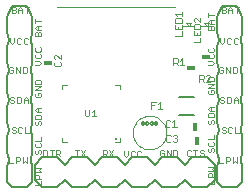
<source format=gto>
G75*
%MOIN*%
%OFA0B0*%
%FSLAX24Y24*%
%IPPOS*%
%LPD*%
%AMOC8*
5,1,8,0,0,1.08239X$1,22.5*
%
%ADD10C,0.0040*%
%ADD11C,0.0080*%
%ADD12C,0.0118*%
%ADD13C,0.0020*%
%ADD14R,0.0280X0.0160*%
%ADD15C,0.0030*%
%ADD16C,0.0000*%
%ADD17R,0.0160X0.0280*%
%ADD18C,0.0039*%
%ADD19R,0.0048X0.0008*%
%ADD20R,0.0033X0.0007*%
%ADD21R,0.0019X0.0006*%
%ADD22R,0.0091X0.0007*%
%ADD23R,0.0046X0.0007*%
%ADD24R,0.0044X0.0007*%
%ADD25R,0.0046X0.0009*%
%ADD26R,0.0045X0.0009*%
%ADD27R,0.0045X0.0009*%
%ADD28R,0.0044X0.0009*%
D10*
X001452Y000550D02*
X001652Y000550D01*
X001652Y000684D01*
X001652Y000771D02*
X001452Y000771D01*
X001452Y000871D01*
X001485Y000905D01*
X001552Y000905D01*
X001585Y000871D01*
X001585Y000771D01*
X001652Y000992D02*
X001452Y000992D01*
X001452Y001126D02*
X001652Y001126D01*
X001585Y001059D01*
X001652Y000992D01*
X001165Y001298D02*
X001165Y001499D01*
X001032Y001499D02*
X001032Y001298D01*
X001098Y001365D01*
X001165Y001298D01*
X000944Y001399D02*
X000944Y001465D01*
X000911Y001499D01*
X000811Y001499D01*
X000811Y001298D01*
X000811Y001365D02*
X000911Y001365D01*
X000944Y001399D01*
X000723Y001298D02*
X000590Y001298D01*
X000590Y001499D01*
X001444Y001631D02*
X001477Y001598D01*
X001511Y001598D01*
X001544Y001631D01*
X001544Y001698D01*
X001578Y001731D01*
X001611Y001731D01*
X001644Y001698D01*
X001644Y001631D01*
X001611Y001598D01*
X001716Y001546D02*
X001816Y001546D01*
X001849Y001580D01*
X001849Y001713D01*
X001816Y001747D01*
X001716Y001747D01*
X001716Y001546D01*
X001444Y001631D02*
X001444Y001698D01*
X001477Y001731D01*
X001477Y001819D02*
X001444Y001852D01*
X001444Y001919D01*
X001477Y001952D01*
X001444Y002040D02*
X001644Y002040D01*
X001644Y002173D01*
X001611Y001952D02*
X001644Y001919D01*
X001644Y001852D01*
X001611Y001819D01*
X001477Y001819D01*
X001937Y001747D02*
X002070Y001747D01*
X002003Y001747D02*
X002003Y001546D01*
X002158Y001546D02*
X002158Y001747D01*
X002258Y001747D01*
X002291Y001713D01*
X002291Y001647D01*
X002258Y001613D01*
X002158Y001613D01*
X002224Y001613D02*
X002291Y001546D01*
X002771Y001735D02*
X002904Y001735D01*
X002838Y001735D02*
X002838Y001535D01*
X002992Y001535D02*
X003125Y001735D01*
X002992Y001735D02*
X003125Y001535D01*
X003708Y001546D02*
X003708Y001747D01*
X003808Y001747D01*
X003841Y001713D01*
X003841Y001647D01*
X003808Y001613D01*
X003708Y001613D01*
X003775Y001613D02*
X003841Y001546D01*
X003929Y001546D02*
X004062Y001747D01*
X003929Y001747D02*
X004062Y001546D01*
X004417Y001566D02*
X004483Y001499D01*
X004550Y001566D01*
X004550Y001699D01*
X004638Y001666D02*
X004638Y001533D01*
X004671Y001499D01*
X004738Y001499D01*
X004771Y001533D01*
X004859Y001533D02*
X004892Y001499D01*
X004959Y001499D01*
X004992Y001533D01*
X004992Y001666D02*
X004959Y001699D01*
X004892Y001699D01*
X004859Y001666D01*
X004859Y001533D01*
X004771Y001666D02*
X004738Y001699D01*
X004671Y001699D01*
X004638Y001666D01*
X004417Y001699D02*
X004417Y001566D01*
X004271Y001983D02*
X004113Y001983D01*
X004271Y001983D02*
X004271Y002141D01*
X005613Y001713D02*
X005613Y001580D01*
X005647Y001546D01*
X005713Y001546D01*
X005747Y001580D01*
X005747Y001647D01*
X005680Y001647D01*
X005613Y001713D02*
X005647Y001747D01*
X005713Y001747D01*
X005747Y001713D01*
X005834Y001747D02*
X005968Y001546D01*
X005968Y001747D01*
X006055Y001747D02*
X006155Y001747D01*
X006189Y001713D01*
X006189Y001580D01*
X006155Y001546D01*
X006055Y001546D01*
X006055Y001747D01*
X005834Y001747D02*
X005834Y001546D01*
X006499Y001572D02*
X006533Y001539D01*
X006599Y001539D01*
X006633Y001572D01*
X006633Y001705D02*
X006599Y001739D01*
X006533Y001739D01*
X006499Y001705D01*
X006499Y001572D01*
X006720Y001739D02*
X006854Y001739D01*
X006787Y001739D02*
X006787Y001539D01*
X006941Y001572D02*
X006975Y001539D01*
X007041Y001539D01*
X007075Y001572D01*
X007075Y001605D01*
X007041Y001639D01*
X006975Y001639D01*
X006941Y001672D01*
X006941Y001705D01*
X006975Y001739D01*
X007041Y001739D01*
X007075Y001705D01*
X007228Y001690D02*
X007261Y001657D01*
X007294Y001657D01*
X007328Y001690D01*
X007328Y001757D01*
X007361Y001790D01*
X007394Y001790D01*
X007428Y001757D01*
X007428Y001690D01*
X007394Y001657D01*
X007228Y001690D02*
X007228Y001757D01*
X007261Y001790D01*
X007261Y001878D02*
X007394Y001878D01*
X007428Y001911D01*
X007428Y001978D01*
X007394Y002011D01*
X007428Y002099D02*
X007228Y002099D01*
X007261Y002011D02*
X007228Y001978D01*
X007228Y001911D01*
X007261Y001878D01*
X007428Y002099D02*
X007428Y002232D01*
X007669Y002316D02*
X007702Y002283D01*
X007769Y002283D01*
X007802Y002316D01*
X007802Y002349D01*
X007769Y002383D01*
X007702Y002383D01*
X007669Y002416D01*
X007669Y002449D01*
X007702Y002483D01*
X007769Y002483D01*
X007802Y002449D01*
X007889Y002449D02*
X007889Y002316D01*
X007923Y002283D01*
X007990Y002283D01*
X008023Y002316D01*
X008110Y002283D02*
X008244Y002283D01*
X008110Y002283D02*
X008110Y002483D01*
X008023Y002449D02*
X007990Y002483D01*
X007923Y002483D01*
X007889Y002449D01*
X007428Y002635D02*
X007394Y002602D01*
X007428Y002635D02*
X007428Y002702D01*
X007394Y002735D01*
X007361Y002735D01*
X007328Y002702D01*
X007328Y002635D01*
X007294Y002602D01*
X007261Y002602D01*
X007228Y002635D01*
X007228Y002702D01*
X007261Y002735D01*
X007228Y002823D02*
X007228Y002923D01*
X007261Y002956D01*
X007394Y002956D01*
X007428Y002923D01*
X007428Y002823D01*
X007228Y002823D01*
X007294Y003044D02*
X007228Y003110D01*
X007294Y003177D01*
X007428Y003177D01*
X007328Y003177D02*
X007328Y003044D01*
X007294Y003044D02*
X007428Y003044D01*
X007662Y003306D02*
X007629Y003340D01*
X007662Y003306D02*
X007729Y003306D01*
X007763Y003340D01*
X007763Y003373D01*
X007729Y003406D01*
X007662Y003406D01*
X007629Y003440D01*
X007629Y003473D01*
X007662Y003506D01*
X007729Y003506D01*
X007763Y003473D01*
X007850Y003506D02*
X007950Y003506D01*
X007984Y003473D01*
X007984Y003340D01*
X007950Y003306D01*
X007850Y003306D01*
X007850Y003506D01*
X008071Y003440D02*
X008138Y003506D01*
X008205Y003440D01*
X008205Y003306D01*
X008205Y003406D02*
X008071Y003406D01*
X008071Y003440D02*
X008071Y003306D01*
X007428Y003619D02*
X007428Y003686D01*
X007394Y003719D01*
X007328Y003719D01*
X007328Y003653D01*
X007261Y003719D02*
X007228Y003686D01*
X007228Y003619D01*
X007261Y003586D01*
X007394Y003586D01*
X007428Y003619D01*
X007428Y003807D02*
X007228Y003807D01*
X007428Y003940D01*
X007228Y003940D01*
X007228Y004028D02*
X007228Y004128D01*
X007261Y004161D01*
X007394Y004161D01*
X007428Y004128D01*
X007428Y004028D01*
X007228Y004028D01*
X007590Y004324D02*
X007623Y004291D01*
X007690Y004291D01*
X007723Y004324D01*
X007723Y004391D01*
X007656Y004391D01*
X007590Y004457D02*
X007590Y004324D01*
X007590Y004457D02*
X007623Y004491D01*
X007690Y004491D01*
X007723Y004457D01*
X007811Y004491D02*
X007944Y004291D01*
X007944Y004491D01*
X008032Y004491D02*
X008132Y004491D01*
X008165Y004457D01*
X008165Y004324D01*
X008132Y004291D01*
X008032Y004291D01*
X008032Y004491D01*
X007811Y004491D02*
X007811Y004291D01*
X007428Y004637D02*
X007361Y004704D01*
X007228Y004704D01*
X007228Y004570D02*
X007361Y004570D01*
X007428Y004637D01*
X007394Y004791D02*
X007261Y004791D01*
X007228Y004824D01*
X007228Y004891D01*
X007261Y004925D01*
X007261Y005012D02*
X007394Y005012D01*
X007428Y005045D01*
X007428Y005112D01*
X007394Y005146D01*
X007261Y005146D02*
X007228Y005112D01*
X007228Y005045D01*
X007261Y005012D01*
X007394Y004925D02*
X007428Y004891D01*
X007428Y004824D01*
X007394Y004791D01*
X007696Y005275D02*
X007763Y005342D01*
X007763Y005475D01*
X007850Y005442D02*
X007850Y005308D01*
X007883Y005275D01*
X007950Y005275D01*
X007984Y005308D01*
X008071Y005308D02*
X008104Y005275D01*
X008171Y005275D01*
X008205Y005308D01*
X008205Y005442D02*
X008171Y005475D01*
X008104Y005475D01*
X008071Y005442D01*
X008071Y005308D01*
X007984Y005442D02*
X007950Y005475D01*
X007883Y005475D01*
X007850Y005442D01*
X007629Y005475D02*
X007629Y005342D01*
X007696Y005275D01*
X007404Y005720D02*
X007204Y005720D01*
X007204Y005820D01*
X007237Y005853D01*
X007271Y005853D01*
X007304Y005820D01*
X007304Y005720D01*
X007304Y005820D02*
X007337Y005853D01*
X007371Y005853D01*
X007404Y005820D01*
X007404Y005720D01*
X007404Y005941D02*
X007271Y005941D01*
X007204Y006007D01*
X007271Y006074D01*
X007404Y006074D01*
X007304Y006074D02*
X007304Y005941D01*
X007204Y006162D02*
X007204Y006295D01*
X007204Y006228D02*
X007404Y006228D01*
X007669Y006298D02*
X007769Y006298D01*
X007802Y006332D01*
X007802Y006365D01*
X007769Y006399D01*
X007669Y006399D01*
X007769Y006399D02*
X007802Y006432D01*
X007802Y006465D01*
X007769Y006499D01*
X007669Y006499D01*
X007669Y006298D01*
X007889Y006298D02*
X007889Y006432D01*
X007956Y006499D01*
X008023Y006432D01*
X008023Y006298D01*
X008023Y006399D02*
X007889Y006399D01*
X008110Y006499D02*
X008244Y006499D01*
X008177Y006499D02*
X008177Y006298D01*
X004271Y003912D02*
X004271Y003755D01*
X004271Y003912D02*
X004113Y003912D01*
X002499Y003912D02*
X002341Y003912D01*
X002341Y003755D01*
X001652Y003724D02*
X001452Y003724D01*
X001652Y003858D01*
X001452Y003858D01*
X001652Y003858D01*
X001452Y003724D01*
X001652Y003724D01*
X001619Y003637D02*
X001552Y003637D01*
X001552Y003570D01*
X001552Y003637D01*
X001619Y003637D01*
X001652Y003603D01*
X001652Y003537D01*
X001619Y003503D01*
X001485Y003503D01*
X001452Y003537D01*
X001452Y003603D01*
X001485Y003637D01*
X001452Y003603D01*
X001452Y003537D01*
X001485Y003503D01*
X001619Y003503D01*
X001652Y003537D01*
X001652Y003603D01*
X001619Y003637D01*
X001652Y003945D02*
X001452Y003945D01*
X001452Y004045D01*
X001485Y004079D01*
X001619Y004079D01*
X001652Y004045D01*
X001652Y003945D01*
X001652Y004045D01*
X001619Y004079D01*
X001485Y004079D01*
X001452Y004045D01*
X001452Y003945D01*
X001652Y003945D01*
X001165Y004324D02*
X001165Y004457D01*
X001132Y004491D01*
X001032Y004491D01*
X001032Y004291D01*
X001132Y004291D01*
X001165Y004324D01*
X000944Y004291D02*
X000944Y004491D01*
X000811Y004491D02*
X000944Y004291D01*
X000811Y004291D02*
X000811Y004491D01*
X000723Y004457D02*
X000690Y004491D01*
X000623Y004491D01*
X000590Y004457D01*
X000590Y004324D01*
X000623Y004291D01*
X000690Y004291D01*
X000723Y004324D01*
X000723Y004391D01*
X000656Y004391D01*
X001456Y004572D02*
X001589Y004572D01*
X001656Y004639D01*
X001589Y004706D01*
X001456Y004706D01*
X001489Y004793D02*
X001456Y004827D01*
X001456Y004894D01*
X001489Y004927D01*
X001489Y005014D02*
X001456Y005048D01*
X001456Y005115D01*
X001489Y005148D01*
X001623Y005148D02*
X001656Y005115D01*
X001656Y005048D01*
X001623Y005014D01*
X001489Y005014D01*
X001623Y004927D02*
X001656Y004894D01*
X001656Y004827D01*
X001623Y004793D01*
X001489Y004793D01*
X001171Y005275D02*
X001104Y005275D01*
X001071Y005308D01*
X001071Y005442D01*
X001104Y005475D01*
X001171Y005475D01*
X001205Y005442D01*
X001205Y005308D02*
X001171Y005275D01*
X000984Y005308D02*
X000950Y005275D01*
X000883Y005275D01*
X000850Y005308D01*
X000850Y005442D01*
X000883Y005475D01*
X000950Y005475D01*
X000984Y005442D01*
X000763Y005475D02*
X000763Y005342D01*
X000696Y005275D01*
X000629Y005342D01*
X000629Y005475D01*
X001440Y005519D02*
X001440Y005619D01*
X001473Y005653D01*
X001507Y005653D01*
X001540Y005619D01*
X001540Y005519D01*
X001640Y005519D02*
X001440Y005519D01*
X001540Y005619D02*
X001573Y005653D01*
X001607Y005653D01*
X001640Y005619D01*
X001640Y005519D01*
X001640Y005740D02*
X001507Y005740D01*
X001440Y005807D01*
X001507Y005874D01*
X001640Y005874D01*
X001540Y005874D02*
X001540Y005740D01*
X001440Y005961D02*
X001440Y006095D01*
X001440Y006028D02*
X001640Y006028D01*
X001177Y006298D02*
X001177Y006499D01*
X001110Y006499D02*
X001244Y006499D01*
X001023Y006432D02*
X001023Y006298D01*
X001023Y006399D02*
X000889Y006399D01*
X000889Y006432D02*
X000889Y006298D01*
X000802Y006332D02*
X000802Y006365D01*
X000769Y006399D01*
X000669Y006399D01*
X000769Y006399D02*
X000802Y006432D01*
X000802Y006465D01*
X000769Y006499D01*
X000669Y006499D01*
X000669Y006298D01*
X000769Y006298D01*
X000802Y006332D01*
X000889Y006432D02*
X000956Y006499D01*
X001023Y006432D01*
X000950Y003506D02*
X000850Y003506D01*
X000850Y003306D01*
X000950Y003306D01*
X000984Y003340D01*
X000984Y003473D01*
X000950Y003506D01*
X001071Y003440D02*
X001138Y003506D01*
X001205Y003440D01*
X001205Y003306D01*
X001205Y003406D02*
X001071Y003406D01*
X001071Y003440D02*
X001071Y003306D01*
X000763Y003340D02*
X000729Y003306D01*
X000662Y003306D01*
X000629Y003340D01*
X000662Y003406D02*
X000729Y003406D01*
X000763Y003373D01*
X000763Y003340D01*
X000662Y003406D02*
X000629Y003440D01*
X000629Y003473D01*
X000662Y003506D01*
X000729Y003506D01*
X000763Y003473D01*
X001452Y003067D02*
X001519Y003134D01*
X001652Y003134D01*
X001552Y003134D02*
X001552Y003000D01*
X001519Y003000D02*
X001452Y003067D01*
X001519Y003000D02*
X001652Y003000D01*
X001619Y002913D02*
X001485Y002913D01*
X001452Y002879D01*
X001452Y002779D01*
X001652Y002779D01*
X001652Y002879D01*
X001619Y002913D01*
X001619Y002692D02*
X001652Y002658D01*
X001652Y002592D01*
X001619Y002558D01*
X001552Y002592D02*
X001552Y002658D01*
X001585Y002692D01*
X001619Y002692D01*
X001552Y002592D02*
X001519Y002558D01*
X001485Y002558D01*
X001452Y002592D01*
X001452Y002658D01*
X001485Y002692D01*
X001110Y002483D02*
X001110Y002283D01*
X001244Y002283D01*
X001023Y002316D02*
X000990Y002283D01*
X000923Y002283D01*
X000889Y002316D01*
X000889Y002449D01*
X000923Y002483D01*
X000990Y002483D01*
X001023Y002449D01*
X000802Y002449D02*
X000769Y002483D01*
X000702Y002483D01*
X000669Y002449D01*
X000669Y002416D01*
X000702Y002383D01*
X000769Y002383D01*
X000802Y002349D01*
X000802Y002316D01*
X000769Y002283D01*
X000702Y002283D01*
X000669Y002316D01*
X002341Y002141D02*
X002341Y001983D01*
X002499Y001983D01*
X007228Y001169D02*
X007428Y001169D01*
X007361Y001102D01*
X007428Y001036D01*
X007228Y001036D01*
X007261Y000948D02*
X007328Y000948D01*
X007361Y000915D01*
X007361Y000815D01*
X007428Y000815D02*
X007228Y000815D01*
X007228Y000915D01*
X007261Y000948D01*
X007428Y000727D02*
X007428Y000594D01*
X007228Y000594D01*
X007590Y001298D02*
X007723Y001298D01*
X007811Y001298D02*
X007811Y001499D01*
X007911Y001499D01*
X007944Y001465D01*
X007944Y001399D01*
X007911Y001365D01*
X007811Y001365D01*
X008032Y001298D02*
X008032Y001499D01*
X008165Y001499D02*
X008165Y001298D01*
X008098Y001365D01*
X008032Y001298D01*
X007590Y001298D02*
X007590Y001499D01*
D11*
X000690Y000491D02*
X000519Y000662D01*
X000519Y001162D01*
X000572Y001412D01*
X000519Y001662D01*
X000519Y002162D01*
X000572Y002412D01*
X000519Y002662D01*
X000519Y003162D01*
X000572Y003412D01*
X000519Y003662D01*
X000519Y004162D01*
X000572Y004412D01*
X000519Y004662D01*
X000519Y005162D01*
X000572Y005412D01*
X000519Y005662D01*
X000519Y006162D01*
X000690Y006530D01*
X001190Y006530D01*
X001361Y006162D01*
X001361Y005662D01*
X001308Y005412D01*
X001361Y005162D01*
X001361Y004662D01*
X001308Y004412D01*
X001361Y004162D01*
X001361Y003662D01*
X001308Y003412D01*
X001361Y003162D01*
X001361Y002662D01*
X001308Y002412D01*
X001361Y002162D01*
X001361Y001662D01*
X001308Y001412D01*
X001361Y001162D01*
X001361Y000662D01*
X001190Y000491D01*
X000690Y000491D01*
X001444Y000745D02*
X001694Y000495D01*
X002194Y000495D01*
X002444Y000745D01*
X002694Y000495D01*
X003194Y000495D01*
X003444Y000745D01*
X003694Y000495D01*
X004194Y000495D01*
X004444Y000745D01*
X004694Y000495D01*
X005194Y000495D01*
X005444Y000745D01*
X005694Y000495D01*
X006194Y000495D01*
X006444Y000745D01*
X006694Y000495D01*
X007194Y000495D01*
X007444Y000745D01*
X007444Y001245D01*
X007194Y001495D01*
X006694Y001495D01*
X006444Y001245D01*
X006194Y001495D01*
X005694Y001495D01*
X005444Y001245D01*
X005194Y001495D01*
X004694Y001495D01*
X004444Y001245D01*
X004194Y001495D01*
X003694Y001495D01*
X003444Y001245D01*
X003194Y001495D01*
X002694Y001495D01*
X002444Y001245D01*
X002194Y001495D01*
X001694Y001495D01*
X001444Y001245D01*
X001444Y000745D01*
X006237Y002884D02*
X006737Y002884D01*
X006737Y003484D02*
X006237Y003484D01*
X007519Y003662D02*
X007572Y003412D01*
X007519Y003162D01*
X007519Y002662D01*
X007572Y002412D01*
X007519Y002162D01*
X007519Y001662D01*
X007572Y001412D01*
X007519Y001162D01*
X007519Y000662D01*
X007690Y000491D01*
X008190Y000491D01*
X008361Y000662D01*
X008361Y001162D01*
X008308Y001412D01*
X008361Y001662D01*
X008361Y002162D01*
X008308Y002412D01*
X008361Y002662D01*
X008361Y003162D01*
X008308Y003412D01*
X008361Y003662D01*
X008361Y004162D01*
X008308Y004412D01*
X008361Y004662D01*
X008361Y005162D01*
X008308Y005412D01*
X008361Y005662D01*
X008361Y006162D01*
X008190Y006530D01*
X007690Y006530D01*
X007519Y006162D01*
X007519Y005662D01*
X007572Y005412D01*
X007519Y005162D01*
X007519Y004662D01*
X007572Y004412D01*
X007519Y004162D01*
X007519Y003662D01*
D12*
X004162Y002091D03*
D13*
X003479Y002853D02*
X003332Y002853D01*
X003405Y002853D02*
X003405Y003074D01*
X003332Y003000D01*
X003258Y003074D02*
X003258Y002890D01*
X003221Y002853D01*
X003147Y002853D01*
X003111Y002890D01*
X003111Y003074D01*
X002274Y004528D02*
X002127Y004528D01*
X002090Y004565D01*
X002090Y004639D01*
X002127Y004675D01*
X002127Y004749D02*
X002090Y004786D01*
X002090Y004860D01*
X002127Y004896D01*
X002163Y004896D01*
X002310Y004749D01*
X002310Y004896D01*
X002274Y004675D02*
X002310Y004639D01*
X002310Y004565D01*
X002274Y004528D01*
X005325Y003333D02*
X005325Y003113D01*
X005325Y003223D02*
X005398Y003223D01*
X005325Y003333D02*
X005472Y003333D01*
X005546Y003260D02*
X005619Y003333D01*
X005619Y003113D01*
X005546Y003113D02*
X005693Y003113D01*
X005837Y002731D02*
X005800Y002694D01*
X005800Y002547D01*
X005837Y002510D01*
X005910Y002510D01*
X005947Y002547D01*
X006021Y002510D02*
X006168Y002510D01*
X006094Y002510D02*
X006094Y002731D01*
X006021Y002657D01*
X005947Y002694D02*
X005910Y002731D01*
X005837Y002731D01*
X005864Y002231D02*
X005828Y002194D01*
X005828Y002047D01*
X005864Y002010D01*
X005938Y002010D01*
X005974Y002047D01*
X006049Y002047D02*
X006085Y002010D01*
X006159Y002010D01*
X006195Y002047D01*
X006195Y002084D01*
X006159Y002120D01*
X006122Y002120D01*
X006159Y002120D02*
X006195Y002157D01*
X006195Y002194D01*
X006159Y002231D01*
X006085Y002231D01*
X006049Y002194D01*
X005974Y002194D02*
X005938Y002231D01*
X005864Y002231D01*
X006926Y004014D02*
X006926Y004234D01*
X007036Y004234D01*
X007073Y004198D01*
X007073Y004124D01*
X007036Y004088D01*
X006926Y004088D01*
X006999Y004088D02*
X007073Y004014D01*
X007147Y004014D02*
X007294Y004161D01*
X007294Y004198D01*
X007257Y004234D01*
X007184Y004234D01*
X007147Y004198D01*
X007147Y004014D02*
X007294Y004014D01*
X006427Y004567D02*
X006280Y004567D01*
X006354Y004567D02*
X006354Y004787D01*
X006280Y004713D01*
X006206Y004677D02*
X006169Y004640D01*
X006059Y004640D01*
X006059Y004567D02*
X006059Y004787D01*
X006169Y004787D01*
X006206Y004750D01*
X006206Y004677D01*
X006133Y004640D02*
X006206Y004567D01*
X006742Y005334D02*
X006963Y005334D01*
X006963Y005481D01*
X006963Y005555D02*
X006963Y005702D01*
X006853Y005629D02*
X006853Y005555D01*
X006963Y005555D02*
X006742Y005555D01*
X006742Y005702D01*
X006742Y005776D02*
X006742Y005886D01*
X006779Y005923D01*
X006926Y005923D01*
X006963Y005886D01*
X006963Y005776D01*
X006742Y005776D01*
X006779Y005997D02*
X006742Y006034D01*
X006742Y006107D01*
X006779Y006144D01*
X006816Y006144D01*
X006963Y005997D01*
X006963Y006144D01*
X006337Y006198D02*
X006337Y006345D01*
X006337Y006271D02*
X006116Y006271D01*
X006190Y006198D01*
X006153Y006124D02*
X006116Y006087D01*
X006116Y005977D01*
X006337Y005977D01*
X006337Y006087D01*
X006300Y006124D01*
X006153Y006124D01*
X006116Y005903D02*
X006116Y005756D01*
X006337Y005756D01*
X006337Y005903D01*
X006227Y005829D02*
X006227Y005756D01*
X006337Y005682D02*
X006337Y005535D01*
X006116Y005535D01*
D14*
X007145Y004826D03*
X006637Y004456D03*
X001873Y004645D03*
D15*
X006389Y005853D02*
X006570Y005853D01*
X006478Y005975D01*
X006480Y005980D02*
X006650Y005980D01*
X006656Y005975D02*
X006580Y005859D01*
X006570Y005853D02*
X006751Y005853D01*
X006991Y005853D02*
X007172Y005853D01*
X007080Y005975D01*
X007082Y005980D02*
X007252Y005980D01*
X007258Y005975D02*
X007182Y005859D01*
X007172Y005853D02*
X007353Y005853D01*
D16*
X006121Y006499D02*
X002184Y006499D01*
D17*
X006794Y002511D03*
X006857Y002034D03*
D18*
X004708Y002310D02*
X004710Y002357D01*
X004716Y002403D01*
X004726Y002449D01*
X004739Y002494D01*
X004756Y002537D01*
X004777Y002579D01*
X004801Y002619D01*
X004829Y002657D01*
X004860Y002693D01*
X004893Y002725D01*
X004929Y002755D01*
X004967Y002782D01*
X005008Y002805D01*
X005050Y002825D01*
X005094Y002842D01*
X005139Y002854D01*
X005185Y002863D01*
X005232Y002868D01*
X005279Y002869D01*
X005325Y002866D01*
X005372Y002859D01*
X005417Y002848D01*
X005462Y002834D01*
X005505Y002816D01*
X005546Y002794D01*
X005586Y002769D01*
X005623Y002741D01*
X005658Y002709D01*
X005690Y002675D01*
X005719Y002639D01*
X005745Y002600D01*
X005768Y002559D01*
X005787Y002516D01*
X005802Y002472D01*
X005814Y002426D01*
X005822Y002380D01*
X005826Y002333D01*
X005826Y002287D01*
X005822Y002240D01*
X005814Y002194D01*
X005802Y002148D01*
X005787Y002104D01*
X005768Y002061D01*
X005745Y002020D01*
X005719Y001981D01*
X005690Y001945D01*
X005658Y001911D01*
X005623Y001879D01*
X005586Y001851D01*
X005547Y001826D01*
X005505Y001804D01*
X005462Y001786D01*
X005417Y001772D01*
X005372Y001761D01*
X005325Y001754D01*
X005279Y001751D01*
X005232Y001752D01*
X005185Y001757D01*
X005139Y001766D01*
X005094Y001778D01*
X005050Y001795D01*
X005008Y001815D01*
X004967Y001838D01*
X004929Y001865D01*
X004893Y001895D01*
X004860Y001927D01*
X004829Y001963D01*
X004801Y002001D01*
X004777Y002041D01*
X004756Y002083D01*
X004739Y002126D01*
X004726Y002171D01*
X004716Y002217D01*
X004710Y002263D01*
X004708Y002310D01*
D19*
X005048Y002538D03*
X005048Y002656D03*
X005190Y002656D03*
X005337Y002653D03*
X005337Y002536D03*
X005191Y002538D03*
X005482Y002534D03*
X005481Y002652D03*
D20*
X005481Y002659D03*
X005482Y002527D03*
X005337Y002528D03*
X005191Y002531D03*
X005190Y002663D03*
X005337Y002660D03*
X005048Y002663D03*
X005049Y002531D03*
D21*
X005049Y002524D03*
X005191Y002524D03*
X005337Y002522D03*
X005482Y002520D03*
X005481Y002665D03*
X005337Y002667D03*
X005190Y002670D03*
X005048Y002670D03*
D22*
X005048Y002634D03*
X005048Y002561D03*
X005191Y002561D03*
X005190Y002634D03*
X005337Y002631D03*
X005337Y002558D03*
X005482Y002556D03*
X005481Y002629D03*
D23*
X005454Y002622D03*
X005510Y002564D03*
X005365Y002565D03*
X005309Y002624D03*
X005219Y002568D03*
X005163Y002626D03*
X005076Y002568D03*
X005020Y002626D03*
D24*
X005076Y002626D03*
X005020Y002568D03*
X005163Y002568D03*
X005218Y002626D03*
X005309Y002565D03*
X005365Y002624D03*
X005454Y002564D03*
X005509Y002622D03*
D25*
X005516Y002572D03*
X005447Y002614D03*
X005372Y002573D03*
X005302Y002615D03*
X005225Y002576D03*
X005156Y002618D03*
X005083Y002576D03*
X005013Y002618D03*
D26*
X005014Y002576D03*
X005082Y002618D03*
X005157Y002576D03*
X005225Y002618D03*
X005303Y002574D03*
X005371Y002615D03*
X005448Y002572D03*
X005516Y002614D03*
D27*
X005525Y002581D03*
X005438Y002605D03*
X005380Y002582D03*
X005294Y002607D03*
X005234Y002585D03*
X005147Y002609D03*
X005091Y002585D03*
X005005Y002609D03*
D28*
X005006Y002585D03*
X005090Y002609D03*
X005149Y002585D03*
X005232Y002609D03*
X005295Y002582D03*
X005379Y002606D03*
X005440Y002581D03*
X005523Y002605D03*
M02*

</source>
